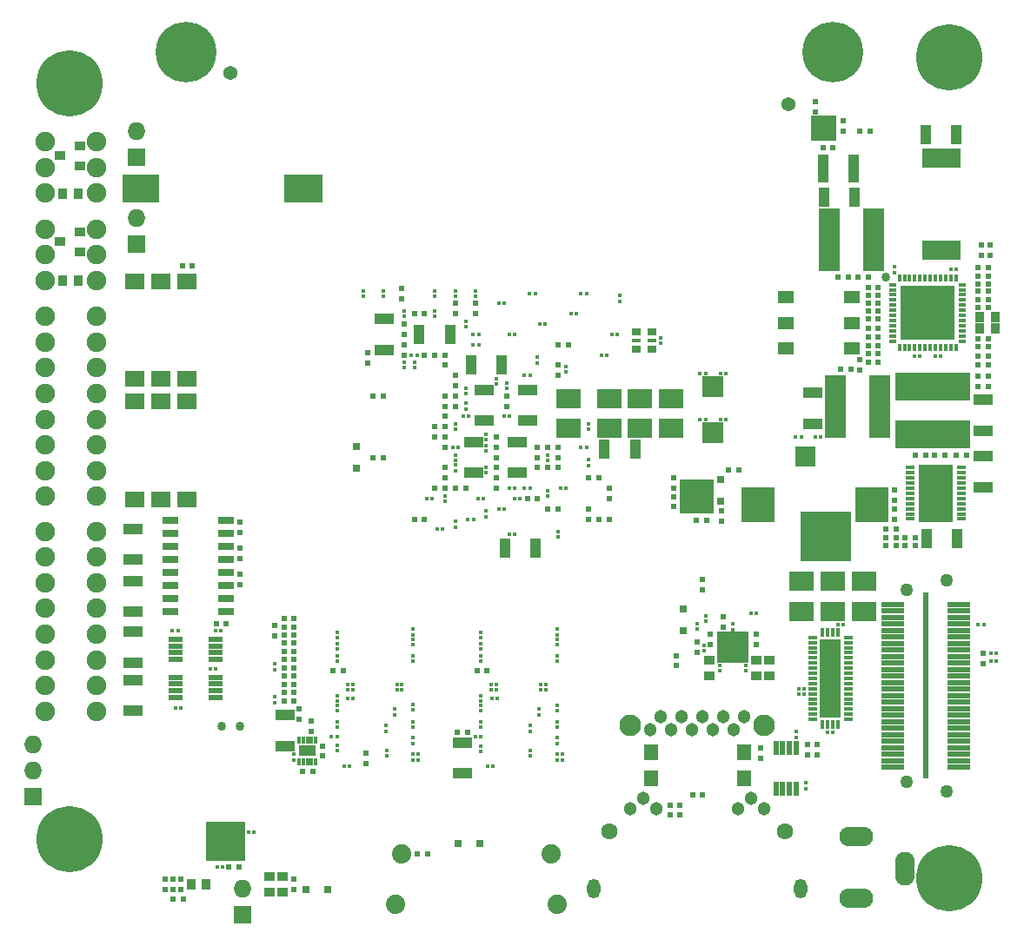
<source format=gbr>
G04 #@! TF.FileFunction,Soldermask,Bot*
%FSLAX46Y46*%
G04 Gerber Fmt 4.6, Leading zero omitted, Abs format (unit mm)*
G04 Created by KiCad (PCBNEW (2016-08-02 BZR 7002)-product) date Tue Oct 11 11:13:20 2016*
%MOMM*%
%LPD*%
G01*
G04 APERTURE LIST*
%ADD10C,0.101600*%
%ADD11R,1.701600X1.701600*%
%ADD12C,1.301600*%
%ADD13C,2.101600*%
%ADD14O,1.301600X1.901600*%
%ADD15C,1.601600*%
%ADD16R,0.401600X0.381600*%
%ADD17R,0.381600X0.401600*%
%ADD18R,1.901600X1.101600*%
%ADD19R,1.101600X1.901600*%
%ADD20R,0.601600X0.601600*%
%ADD21R,2.331600X1.901600*%
%ADD22R,0.901600X1.001600*%
%ADD23R,1.001600X0.901600*%
%ADD24R,0.685800X0.787400*%
%ADD25R,0.787400X0.685800*%
%ADD26C,6.451600*%
%ADD27O,3.301600X1.901600*%
%ADD28O,1.901600X3.301600*%
%ADD29C,1.270000*%
%ADD30R,2.260600X0.508000*%
%ADD31R,0.609600X18.135600*%
%ADD32C,1.879600*%
%ADD33R,1.752600X1.752600*%
%ADD34O,1.752600X1.752600*%
%ADD35R,3.201600X3.401600*%
%ADD36R,2.101600X6.101600*%
%ADD37R,7.401600X2.701600*%
%ADD38R,3.701600X1.901600*%
%ADD39R,1.101600X2.701600*%
%ADD40C,0.863600*%
%ADD41R,0.331600X0.801600*%
%ADD42R,0.851600X1.001600*%
%ADD43R,0.951600X0.381600*%
%ADD44R,1.181600X0.881600*%
%ADD45R,1.401600X1.601600*%
%ADD46R,0.351600X0.801600*%
%ADD47R,0.801600X0.351600*%
%ADD48R,1.389100X1.389100*%
%ADD49R,1.101600X1.351600*%
%ADD50R,0.951600X0.401600*%
%ADD51R,0.401600X0.951600*%
%ADD52R,1.351600X1.351600*%
%ADD53R,1.101600X1.101600*%
%ADD54R,1.601600X0.701600*%
%ADD55R,1.881600X1.621600*%
%ADD56R,1.451600X0.551600*%
%ADD57R,1.101600X0.901600*%
%ADD58R,1.601600X1.601600*%
%ADD59R,0.901600X0.901600*%
%ADD60R,0.551600X1.451600*%
%ADD61R,0.951600X0.751600*%
%ADD62R,0.951600X0.351600*%
%ADD63C,1.371600*%
%ADD64C,5.901600*%
%ADD65C,1.901600*%
%ADD66R,3.761600X2.701600*%
%ADD67R,3.641600X2.701600*%
%ADD68R,1.601600X1.301600*%
G04 APERTURE END LIST*
D10*
D11*
X95400000Y-78700000D03*
X97000000Y-78700000D03*
X95400000Y-77100000D03*
X97000000Y-77100000D03*
D12*
X91661000Y-100596000D03*
X93693000Y-100596000D03*
X95725000Y-100596000D03*
X97757000Y-100596000D03*
X99789000Y-100596000D03*
X92677000Y-99326000D03*
X94709000Y-99326000D03*
X96741000Y-99326000D03*
X98773000Y-99326000D03*
X100805000Y-99326000D03*
D13*
X89733000Y-100206000D03*
X102733000Y-100206000D03*
D12*
X89723000Y-108346000D03*
X90993000Y-107326000D03*
X92263000Y-108346000D03*
X100203000Y-108346000D03*
X101473000Y-107326000D03*
X102743000Y-108346000D03*
D14*
X86148000Y-116156000D03*
X106318000Y-116156000D03*
D15*
X104768000Y-110556000D03*
X87698000Y-110556000D03*
D16*
X62200000Y-96765000D03*
X62200000Y-96235000D03*
X66000000Y-103165000D03*
X66000000Y-102635000D03*
D17*
X61835000Y-104200000D03*
X62365000Y-104200000D03*
D16*
X65900000Y-100765000D03*
X65900000Y-100235000D03*
X61200000Y-102135000D03*
X61200000Y-102665000D03*
X66800000Y-98635000D03*
X66800000Y-99165000D03*
X61200000Y-91135000D03*
X61200000Y-91665000D03*
D17*
X61165000Y-101300000D03*
X60635000Y-101300000D03*
D16*
X68600000Y-91835000D03*
X68600000Y-92365000D03*
X61200000Y-97335000D03*
X61200000Y-97865000D03*
X61200000Y-100365000D03*
X61200000Y-99835000D03*
X68600000Y-93435000D03*
X68600000Y-93965000D03*
D17*
X62235000Y-97600000D03*
X62765000Y-97600000D03*
D16*
X61200000Y-98235000D03*
X61200000Y-98765000D03*
X67500000Y-96235000D03*
X67500000Y-96765000D03*
X68600000Y-90835000D03*
X68600000Y-91365000D03*
X62700000Y-96235000D03*
X62700000Y-96765000D03*
X68600000Y-99835000D03*
X68600000Y-100365000D03*
X67000000Y-96765000D03*
X67000000Y-96235000D03*
X61200000Y-93435000D03*
X61200000Y-93965000D03*
X68600000Y-101965000D03*
X68600000Y-101435000D03*
X69100000Y-103035000D03*
X69100000Y-103565000D03*
X61200000Y-92235000D03*
X61200000Y-92765000D03*
X68600000Y-103565000D03*
X68600000Y-103035000D03*
D18*
X73400000Y-104900000D03*
X73400000Y-101900000D03*
D16*
X76200000Y-96765000D03*
X76200000Y-96235000D03*
X80000000Y-103165000D03*
X80000000Y-102635000D03*
D17*
X75835000Y-104200000D03*
X76365000Y-104200000D03*
D16*
X80000000Y-100765000D03*
X80000000Y-100235000D03*
X75200000Y-102235000D03*
X75200000Y-102765000D03*
X80800000Y-98635000D03*
X80800000Y-99165000D03*
X75200000Y-91135000D03*
X75200000Y-91665000D03*
D17*
X75165000Y-101300000D03*
X74635000Y-101300000D03*
D16*
X82600000Y-91835000D03*
X82600000Y-92365000D03*
X75200000Y-97335000D03*
X75200000Y-97865000D03*
X75200000Y-100365000D03*
X75200000Y-99835000D03*
X82600000Y-93435000D03*
X82600000Y-93965000D03*
D17*
X76235000Y-97600000D03*
X76765000Y-97600000D03*
D16*
X75200000Y-98235000D03*
X75200000Y-98765000D03*
X81500000Y-96235000D03*
X81500000Y-96765000D03*
X82600000Y-90835000D03*
X82600000Y-91365000D03*
X76700000Y-96235000D03*
X76700000Y-96765000D03*
X82600000Y-99835000D03*
X82600000Y-100365000D03*
X81000000Y-96765000D03*
X81000000Y-96235000D03*
X75200000Y-93435000D03*
X75200000Y-93965000D03*
X82600000Y-101965000D03*
X82600000Y-101435000D03*
X83100000Y-103035000D03*
X83100000Y-103565000D03*
X75200000Y-92235000D03*
X75200000Y-92765000D03*
X82600000Y-103565000D03*
X82600000Y-103035000D03*
D18*
X56100000Y-102200000D03*
X56100000Y-99200000D03*
D16*
X55100000Y-94765000D03*
X55100000Y-94235000D03*
X55100000Y-97435000D03*
X55100000Y-97965000D03*
X68600000Y-98665000D03*
X68600000Y-98135000D03*
X82600000Y-98765000D03*
X82600000Y-98235000D03*
D18*
X124100000Y-74000000D03*
X124100000Y-77000000D03*
D19*
X118600000Y-82000000D03*
X121600000Y-82000000D03*
D16*
X57000000Y-103565000D03*
X57000000Y-103035000D03*
D20*
X59800000Y-102200000D03*
X59800000Y-103200000D03*
X115443000Y-77300000D03*
X115443000Y-78300000D03*
X115600000Y-81900000D03*
X114600000Y-81900000D03*
X116500000Y-81900000D03*
X117500000Y-81900000D03*
D21*
X106426000Y-89090000D03*
X106426000Y-86170000D03*
X112522000Y-89090000D03*
X112522000Y-86170000D03*
X109474000Y-89090000D03*
X109474000Y-86170000D03*
D18*
X124100000Y-71500000D03*
X124100000Y-68500000D03*
X107500000Y-70800000D03*
X107500000Y-67800000D03*
D19*
X111600000Y-48700000D03*
X108600000Y-48700000D03*
X118500000Y-42600000D03*
X121500000Y-42600000D03*
D20*
X113900000Y-59100000D03*
X112900000Y-59100000D03*
X124600000Y-62500000D03*
X123600000Y-62500000D03*
X112900000Y-57500000D03*
X113900000Y-57500000D03*
X124579000Y-65100000D03*
X123579000Y-65100000D03*
X112900000Y-59800000D03*
X113900000Y-59800000D03*
X124600000Y-63300000D03*
X123600000Y-63300000D03*
D16*
X115500000Y-56065000D03*
X115500000Y-55535000D03*
D17*
X119965000Y-64200000D03*
X119435000Y-64200000D03*
D20*
X124600000Y-57900000D03*
X123600000Y-57900000D03*
X112900000Y-62400000D03*
X113900000Y-62400000D03*
D22*
X125250000Y-60400000D03*
X123750000Y-60400000D03*
D20*
X124600000Y-55600000D03*
X123600000Y-55600000D03*
X113900000Y-64800000D03*
X112900000Y-64800000D03*
D22*
X125250000Y-61500000D03*
X123750000Y-61500000D03*
D20*
X124600000Y-57200000D03*
X123600000Y-57200000D03*
X113900000Y-63200000D03*
X112900000Y-63200000D03*
D17*
X121465000Y-55800000D03*
X120935000Y-55800000D03*
X117435000Y-64200000D03*
X117965000Y-64200000D03*
X106161000Y-97155000D03*
X106691000Y-97155000D03*
X106161000Y-96647000D03*
X106691000Y-96647000D03*
X110465000Y-90400000D03*
X109935000Y-90400000D03*
X108935000Y-100900000D03*
X109465000Y-100900000D03*
D20*
X51600000Y-114000000D03*
X50600000Y-114000000D03*
X46200000Y-117100000D03*
X45200000Y-117100000D03*
D17*
X108265000Y-72100000D03*
X107735000Y-72100000D03*
X105844757Y-72100000D03*
X106374757Y-72100000D03*
X97065000Y-70400000D03*
X96535000Y-70400000D03*
X98535000Y-70400000D03*
X99065000Y-70400000D03*
X97065000Y-65900000D03*
X96535000Y-65900000D03*
X98535000Y-65900000D03*
X99065000Y-65900000D03*
D20*
X51689000Y-80399000D03*
X51689000Y-81399000D03*
X51689000Y-82939000D03*
X51689000Y-83939000D03*
X51689000Y-85479000D03*
X51689000Y-86479000D03*
X49400000Y-90300000D03*
X50400000Y-90300000D03*
D17*
X48835000Y-94700000D03*
X49365000Y-94700000D03*
X45435000Y-98500000D03*
X45965000Y-98500000D03*
X49865000Y-91000000D03*
X49335000Y-91000000D03*
X45135000Y-91000000D03*
X45665000Y-91000000D03*
D18*
X79700000Y-70500000D03*
X79700000Y-67500000D03*
D21*
X83700000Y-71260000D03*
X83700000Y-68340000D03*
D18*
X75500000Y-70500000D03*
X75500000Y-67500000D03*
D21*
X93700000Y-71260000D03*
X93700000Y-68340000D03*
D18*
X65800000Y-60600000D03*
X65800000Y-63600000D03*
D21*
X87700000Y-71260000D03*
X87700000Y-68340000D03*
X90700000Y-71260000D03*
X90700000Y-68340000D03*
D18*
X78700000Y-72600000D03*
X78700000Y-75600000D03*
X74500000Y-72600000D03*
X74500000Y-75600000D03*
D19*
X74200000Y-65100000D03*
X77200000Y-65100000D03*
X80500000Y-82900000D03*
X77500000Y-82900000D03*
X87200000Y-73300000D03*
X90200000Y-73300000D03*
D17*
X79965000Y-77100000D03*
X79435000Y-77100000D03*
X78435000Y-78100000D03*
X78965000Y-78100000D03*
D19*
X69200000Y-62100000D03*
X72200000Y-62100000D03*
D20*
X96200000Y-80200000D03*
X97200000Y-80200000D03*
X94000000Y-78900000D03*
X94000000Y-77900000D03*
X98600000Y-79300000D03*
X98600000Y-80300000D03*
X94000000Y-76100000D03*
X94000000Y-77100000D03*
D16*
X81700000Y-74365000D03*
X81700000Y-73835000D03*
D23*
X55900000Y-116450000D03*
X55900000Y-114950000D03*
D16*
X97100000Y-89535000D03*
X97100000Y-90065000D03*
X96266000Y-90816000D03*
X96266000Y-90286000D03*
D17*
X101992000Y-89281000D03*
X101462000Y-89281000D03*
D16*
X99700000Y-90335000D03*
X99700000Y-90865000D03*
D20*
X107800000Y-40400000D03*
X107800000Y-39400000D03*
D16*
X98425000Y-94880000D03*
X98425000Y-94350000D03*
X100965000Y-94880000D03*
X100965000Y-94350000D03*
D20*
X110500000Y-41300000D03*
X110500000Y-42300000D03*
D16*
X105900000Y-101365000D03*
X105900000Y-100835000D03*
X106800000Y-106365000D03*
X106800000Y-105835000D03*
X96900000Y-92965000D03*
X96900000Y-92435000D03*
D24*
X75055000Y-111700000D03*
X72945000Y-111700000D03*
D25*
X63100000Y-75155000D03*
X63100000Y-73045000D03*
X98500000Y-78355000D03*
X98500000Y-76245000D03*
D24*
X60255000Y-116200000D03*
X58145000Y-116200000D03*
D25*
X94900000Y-90955000D03*
X94900000Y-88845000D03*
D22*
X46950000Y-115700000D03*
X48450000Y-115700000D03*
X35929000Y-48387000D03*
X34429000Y-48387000D03*
X35929000Y-56896000D03*
X34429000Y-56896000D03*
D23*
X54600000Y-114950000D03*
X54600000Y-116450000D03*
X103300000Y-93850000D03*
X103300000Y-95350000D03*
X101981000Y-93865000D03*
X101981000Y-95365000D03*
X97409000Y-95365000D03*
X97409000Y-93865000D03*
D26*
X35080000Y-37620000D03*
X120810000Y-35080000D03*
X35080000Y-111280000D03*
X120810000Y-115090000D03*
D27*
X111759000Y-117073000D03*
X111759000Y-111073000D03*
D28*
X116459000Y-114173000D03*
D29*
X116615000Y-105690000D03*
X116615000Y-87021000D03*
D30*
X121758500Y-104293000D03*
X121758500Y-103658000D03*
X121758500Y-103023000D03*
X121758500Y-102388000D03*
X121758500Y-101753000D03*
X121758500Y-101118000D03*
X121758500Y-100483000D03*
X121758500Y-99848000D03*
X121758500Y-99213000D03*
X121758500Y-98578000D03*
X121758500Y-97943000D03*
X121758500Y-97308000D03*
X121758500Y-96673000D03*
X121758500Y-96038000D03*
X121758500Y-95403000D03*
X121758500Y-94768000D03*
X121758500Y-94133000D03*
X121758500Y-93498000D03*
X121758500Y-92863000D03*
X121758500Y-92228000D03*
X121758500Y-91593000D03*
X121758500Y-90958000D03*
X121758500Y-90323000D03*
X121758500Y-89688000D03*
X121758500Y-89053000D03*
X121758500Y-88418000D03*
X115281500Y-104293000D03*
X115281500Y-103658000D03*
X115281500Y-103023000D03*
X115281500Y-102388000D03*
X115281500Y-101753000D03*
X115281500Y-101118000D03*
X115281500Y-100483000D03*
X115281500Y-99848000D03*
X115281500Y-99213000D03*
X115281500Y-98578000D03*
X115281500Y-97943000D03*
X115281500Y-97308000D03*
X115281500Y-96673000D03*
X115281500Y-96038000D03*
X115281500Y-95403000D03*
X115281500Y-94768000D03*
X115281500Y-94133000D03*
X115281500Y-93498000D03*
X115281500Y-92863000D03*
X115281500Y-92228000D03*
X115281500Y-91593000D03*
X115281500Y-90958000D03*
X115281500Y-90323000D03*
X115281500Y-89688000D03*
X115281500Y-89053000D03*
X115281500Y-88418000D03*
D31*
X118520000Y-96355500D03*
D29*
X120552000Y-106642500D03*
X120552000Y-86068500D03*
D32*
X67500000Y-112700000D03*
X82000000Y-112700000D03*
X82600000Y-117650000D03*
X66900000Y-117650000D03*
D33*
X31600000Y-107140000D03*
D34*
X31600000Y-104600000D03*
X31600000Y-102060000D03*
D33*
X52000000Y-118640000D03*
D34*
X52000000Y-116100000D03*
D33*
X41656000Y-44831000D03*
D34*
X41656000Y-42291000D03*
D33*
X41656000Y-53340000D03*
D34*
X41656000Y-50800000D03*
D35*
X113246000Y-78740000D03*
X102146000Y-78740000D03*
D36*
X113450000Y-52900000D03*
X109150000Y-52900000D03*
D37*
X119200000Y-67150000D03*
X119200000Y-71850000D03*
D38*
X120015000Y-53903000D03*
X120015000Y-44903000D03*
D36*
X114050000Y-69100000D03*
X109750000Y-69100000D03*
D20*
X72700000Y-77100000D03*
X73700000Y-77100000D03*
X70700000Y-77100000D03*
X71700000Y-77100000D03*
X56000000Y-91400000D03*
X57000000Y-91400000D03*
X56000000Y-94600000D03*
X57000000Y-94600000D03*
X56000000Y-93000000D03*
X57000000Y-93000000D03*
X56000000Y-90600000D03*
X57000000Y-90600000D03*
X56000000Y-92200000D03*
X57000000Y-92200000D03*
X56000000Y-96200000D03*
X57000000Y-96200000D03*
X56000000Y-89800000D03*
X57000000Y-89800000D03*
X56000000Y-93800000D03*
X57000000Y-93800000D03*
X56000000Y-97000000D03*
X57000000Y-97000000D03*
X56000000Y-97800000D03*
X57000000Y-97800000D03*
X56000000Y-95400000D03*
X57000000Y-95400000D03*
X57500000Y-98600000D03*
X57500000Y-99600000D03*
X75800000Y-94900000D03*
X74800000Y-94900000D03*
X61800000Y-94900000D03*
X60800000Y-94900000D03*
X58800000Y-104700000D03*
X57800000Y-104700000D03*
X122500000Y-73900000D03*
X121500000Y-73900000D03*
X119400000Y-73900000D03*
X120400000Y-73900000D03*
X118483000Y-73914000D03*
X117483000Y-73914000D03*
X115443000Y-80100000D03*
X115443000Y-79100000D03*
X114600000Y-81100000D03*
X115600000Y-81100000D03*
X102400000Y-102400000D03*
X102400000Y-103400000D03*
X115600000Y-82700000D03*
X114600000Y-82700000D03*
X117500000Y-82700000D03*
X116500000Y-82700000D03*
X95800000Y-107000000D03*
X96800000Y-107000000D03*
X112900000Y-58293000D03*
X113900000Y-58293000D03*
X124600000Y-64200000D03*
X123600000Y-64200000D03*
X110000000Y-56500000D03*
X111000000Y-56500000D03*
X111900000Y-56500000D03*
X112900000Y-56500000D03*
X123600000Y-67200000D03*
X123600000Y-66200000D03*
X124600000Y-66200000D03*
X124600000Y-67200000D03*
X124600000Y-56400000D03*
X123600000Y-56400000D03*
X112900000Y-64000000D03*
X113900000Y-64000000D03*
X123600000Y-58700000D03*
X124600000Y-58700000D03*
X113900000Y-60600000D03*
X112900000Y-60600000D03*
X112900000Y-61500000D03*
X113900000Y-61500000D03*
X123900000Y-53400000D03*
X123900000Y-54400000D03*
X124800000Y-54400000D03*
X124800000Y-53400000D03*
X110200000Y-65500000D03*
X111200000Y-65500000D03*
X112100000Y-64600000D03*
X112100000Y-65600000D03*
X124079000Y-93200000D03*
X124079000Y-94200000D03*
X70000000Y-112700000D03*
X69000000Y-112700000D03*
X65700000Y-74100000D03*
X64700000Y-74100000D03*
X71700000Y-65100000D03*
X71700000Y-64100000D03*
X45200000Y-115200000D03*
X45200000Y-116200000D03*
X46000000Y-116200000D03*
X46000000Y-115200000D03*
D18*
X41275000Y-84050000D03*
X41275000Y-81050000D03*
X41275000Y-89130000D03*
X41275000Y-86130000D03*
X41275000Y-94083000D03*
X41275000Y-91083000D03*
X41275000Y-98782000D03*
X41275000Y-95782000D03*
D20*
X67700000Y-63100000D03*
X67700000Y-64100000D03*
X47100000Y-55400000D03*
X46100000Y-55400000D03*
X96800000Y-86000000D03*
X96800000Y-87000000D03*
X87700000Y-78100000D03*
X87700000Y-77100000D03*
X100300000Y-75300000D03*
X99300000Y-75300000D03*
X82700000Y-73100000D03*
X82700000Y-74100000D03*
X81700000Y-75100000D03*
X82700000Y-75100000D03*
X96266000Y-92083000D03*
X96266000Y-93083000D03*
X107900000Y-103100000D03*
X107900000Y-102100000D03*
X107000000Y-103100000D03*
X107000000Y-102100000D03*
X112100000Y-42300000D03*
X113100000Y-42300000D03*
X94600000Y-108900000D03*
X93600000Y-108900000D03*
X94600000Y-108000000D03*
X93600000Y-108000000D03*
X82700000Y-66100000D03*
X82700000Y-65100000D03*
X83700000Y-63100000D03*
X82700000Y-63100000D03*
D39*
X111500000Y-45900000D03*
X108500000Y-45900000D03*
D40*
X51700000Y-100300000D03*
X114600000Y-56500000D03*
X49900000Y-100300000D03*
D41*
X57500000Y-103750000D03*
X57900000Y-103750000D03*
X58300000Y-103750000D03*
X58700000Y-103750000D03*
X59100000Y-103750000D03*
X57500000Y-101650000D03*
X57900000Y-101650000D03*
X58300000Y-101650000D03*
X58700000Y-101650000D03*
X59100000Y-101650000D03*
D42*
X57925000Y-102700000D03*
X58675000Y-102700000D03*
D43*
X121975000Y-77597000D03*
X121975000Y-78097000D03*
X121975000Y-78597000D03*
X121975000Y-79097000D03*
X121975000Y-79597000D03*
X121975000Y-80097000D03*
X121975000Y-77097000D03*
X121975000Y-76597000D03*
X121975000Y-76097000D03*
X121975000Y-75597000D03*
X121975000Y-75097000D03*
X117025000Y-80097000D03*
X117025000Y-79597000D03*
X117025000Y-79097000D03*
X117025000Y-78597000D03*
X117025000Y-78097000D03*
X117025000Y-77597000D03*
X117025000Y-77097000D03*
X117025000Y-76597000D03*
X117025000Y-76097000D03*
X117025000Y-75597000D03*
X117025000Y-75097000D03*
D44*
X120580000Y-79937000D03*
X119500000Y-79937000D03*
X118420000Y-79937000D03*
X120580000Y-79157000D03*
X120580000Y-78377000D03*
X120580000Y-77597000D03*
X120580000Y-76817000D03*
X120580000Y-76037000D03*
X120580000Y-75257000D03*
X119500000Y-75257000D03*
X119500000Y-76037000D03*
X119500000Y-76817000D03*
X119500000Y-77597000D03*
X119500000Y-78377000D03*
X119500000Y-79157000D03*
X118420000Y-79157000D03*
X118420000Y-78377000D03*
X118420000Y-77597000D03*
X118420000Y-76817000D03*
X118420000Y-76037000D03*
X118420000Y-75257000D03*
D45*
X91800000Y-102830000D03*
X91800000Y-105370000D03*
X100800000Y-102830000D03*
X100800000Y-105370000D03*
D46*
X115950000Y-56600000D03*
X116450000Y-56600000D03*
X116950000Y-56600000D03*
X117450000Y-56600000D03*
X117950000Y-56600000D03*
X118450000Y-56600000D03*
X118950000Y-56600000D03*
X119450000Y-56600000D03*
X119950000Y-56600000D03*
X120450000Y-56600000D03*
X120950000Y-56600000D03*
X121450000Y-56600000D03*
D47*
X122100000Y-57250000D03*
X122100000Y-57750000D03*
X122100000Y-58250000D03*
X122100000Y-58750000D03*
X122100000Y-59250000D03*
X122100000Y-59750000D03*
X122100000Y-60250000D03*
X122100000Y-60750000D03*
X122100000Y-61250000D03*
X122100000Y-61750000D03*
X122100000Y-62250000D03*
X122100000Y-62750000D03*
D46*
X121450000Y-63400000D03*
X120950000Y-63400000D03*
X120450000Y-63400000D03*
X119950000Y-63400000D03*
X119450000Y-63400000D03*
X118950000Y-63400000D03*
X118450000Y-63400000D03*
X117950000Y-63400000D03*
X117450000Y-63400000D03*
X116950000Y-63400000D03*
X116450000Y-63400000D03*
X115950000Y-63400000D03*
D47*
X115300000Y-62750000D03*
X115300000Y-62250000D03*
X115300000Y-61750000D03*
X115300000Y-61250000D03*
X115300000Y-60750000D03*
X115300000Y-60250000D03*
X115300000Y-59750000D03*
X115300000Y-59250000D03*
X115300000Y-58750000D03*
X115300000Y-58250000D03*
X115300000Y-57750000D03*
X115300000Y-57250000D03*
D48*
X120631250Y-61931250D03*
X119343750Y-61931250D03*
X118056250Y-61931250D03*
X116768750Y-61931250D03*
X120631250Y-60643750D03*
X119343750Y-60643750D03*
X118056250Y-60643750D03*
X116768750Y-60643750D03*
X120631250Y-59356250D03*
X119343750Y-59356250D03*
X118056250Y-59356250D03*
X116768750Y-59356250D03*
X120631250Y-58068750D03*
X119343750Y-58068750D03*
X118056250Y-58068750D03*
X116768750Y-58068750D03*
D49*
X109720000Y-97506000D03*
D50*
X110945000Y-95631000D03*
X110945000Y-96131000D03*
X110945000Y-96631000D03*
X110945000Y-97131000D03*
X110945000Y-97631000D03*
X110945000Y-98131000D03*
X110945000Y-98631000D03*
X110945000Y-99131000D03*
X110945000Y-99631000D03*
X110945000Y-95131000D03*
X110945000Y-94631000D03*
X110945000Y-94131000D03*
X110945000Y-93631000D03*
X110945000Y-93131000D03*
X110945000Y-92631000D03*
X110945000Y-92131000D03*
X110945000Y-91631000D03*
X107495000Y-95631000D03*
X107495000Y-95131000D03*
X107495000Y-94631000D03*
X107495000Y-94131000D03*
X107495000Y-93631000D03*
X107495000Y-93131000D03*
X107495000Y-92631000D03*
X107495000Y-92131000D03*
X107495000Y-91631000D03*
X107495000Y-96131000D03*
X107495000Y-96631000D03*
X107495000Y-97131000D03*
X107495000Y-97631000D03*
X107495000Y-98131000D03*
X107495000Y-98631000D03*
X107495000Y-99131000D03*
X107495000Y-99631000D03*
D51*
X109970000Y-100106000D03*
X109470000Y-100106000D03*
X108970000Y-100106000D03*
X108470000Y-100106000D03*
X109970000Y-91156000D03*
X109470000Y-91156000D03*
X108970000Y-91156000D03*
X108470000Y-91156000D03*
D49*
X109720000Y-96256000D03*
X109720000Y-98756000D03*
X108720000Y-98756000D03*
X108720000Y-97506000D03*
X108720000Y-96256000D03*
X108720000Y-95006000D03*
X108720000Y-93756000D03*
X108720000Y-92506000D03*
X109720000Y-92506000D03*
X109720000Y-93756000D03*
X109720000Y-95006000D03*
D52*
X49050000Y-110250000D03*
X49050000Y-112750000D03*
X51550000Y-110250000D03*
X50300000Y-112750000D03*
X49050000Y-111500000D03*
X50300000Y-111500000D03*
X51550000Y-111500000D03*
X50300000Y-110250000D03*
X51550000Y-112750000D03*
D53*
X98300000Y-66700000D03*
X98300000Y-67700000D03*
X97300000Y-67700000D03*
X97300000Y-66700000D03*
X98300000Y-71200000D03*
X98300000Y-72200000D03*
X97300000Y-72200000D03*
X97300000Y-71200000D03*
X106300000Y-73500000D03*
X107300000Y-73500000D03*
X107300000Y-74500000D03*
X106300000Y-74500000D03*
D54*
X44925000Y-89154000D03*
X44925000Y-87884000D03*
X44925000Y-86614000D03*
X44925000Y-85344000D03*
X44925000Y-84074000D03*
X44925000Y-82804000D03*
X44925000Y-81534000D03*
X44925000Y-80264000D03*
X50325000Y-80264000D03*
X50325000Y-81534000D03*
X50325000Y-82804000D03*
X50325000Y-84074000D03*
X50325000Y-85344000D03*
X50325000Y-86614000D03*
X50325000Y-87884000D03*
X50325000Y-89154000D03*
D55*
X41460000Y-56938000D03*
X41460000Y-66462000D03*
X44000000Y-66462000D03*
X46540000Y-66462000D03*
X46540000Y-56938000D03*
X44000000Y-56938000D03*
X41460000Y-68638000D03*
X41460000Y-78162000D03*
X44000000Y-78162000D03*
X46540000Y-78162000D03*
X46540000Y-68638000D03*
X44000000Y-68638000D03*
D56*
X49375000Y-97475000D03*
X49375000Y-96825000D03*
X49375000Y-96175000D03*
X49375000Y-95525000D03*
X45425000Y-97475000D03*
X45425000Y-96825000D03*
X45425000Y-96175000D03*
X45425000Y-95525000D03*
X45425000Y-91825000D03*
X45425000Y-92475000D03*
X45425000Y-93125000D03*
X45425000Y-93775000D03*
X49375000Y-91825000D03*
X49375000Y-92475000D03*
X49375000Y-93125000D03*
X49375000Y-93775000D03*
D11*
X108800000Y-81800000D03*
X110400000Y-81800000D03*
X110400000Y-83400000D03*
X108800000Y-83400000D03*
X107200000Y-83400000D03*
X107200000Y-81800000D03*
X107200000Y-80200000D03*
X108800000Y-80200000D03*
X110400000Y-80200000D03*
D57*
X36179000Y-43754000D03*
X34179000Y-44704000D03*
X36179000Y-45654000D03*
X36179000Y-52136000D03*
X34179000Y-53086000D03*
X36179000Y-54036000D03*
D58*
X98945000Y-93333000D03*
X98945000Y-91833000D03*
X100445000Y-91833000D03*
X100445000Y-93333000D03*
D59*
X109385000Y-42837000D03*
X108585000Y-42837000D03*
X107785000Y-42837000D03*
X107785000Y-42037000D03*
X108585000Y-42037000D03*
X109385000Y-42037000D03*
X109385000Y-41237000D03*
X108585000Y-41237000D03*
X107785000Y-41237000D03*
D60*
X105875000Y-102425000D03*
X105225000Y-102425000D03*
X104575000Y-102425000D03*
X103925000Y-102425000D03*
X105875000Y-106375000D03*
X105225000Y-106375000D03*
X104575000Y-106375000D03*
X103925000Y-106375000D03*
D61*
X90325000Y-61875000D03*
X90325000Y-63525000D03*
X91875000Y-61875000D03*
X91875000Y-63525000D03*
D62*
X90325000Y-62700000D03*
X91875000Y-62700000D03*
D63*
X105135700Y-39664700D03*
X50754300Y-36616700D03*
D64*
X46454300Y-34616700D03*
X109455700Y-34616700D03*
D65*
X32719000Y-67865000D03*
X32719000Y-65365000D03*
X32719000Y-62865000D03*
X32719000Y-60365000D03*
X32719000Y-70365000D03*
X32719000Y-72865000D03*
X32719000Y-75365000D03*
X32719000Y-77865000D03*
X37719000Y-60365000D03*
X37719000Y-62865000D03*
X37719000Y-65365000D03*
X37719000Y-67865000D03*
X37719000Y-70365000D03*
X37719000Y-72865000D03*
X37719000Y-75365000D03*
X37719000Y-77865000D03*
X32719000Y-88820000D03*
X32719000Y-86320000D03*
X32719000Y-83820000D03*
X32719000Y-81320000D03*
X32719000Y-91320000D03*
X32719000Y-93820000D03*
X32719000Y-96320000D03*
X32719000Y-98820000D03*
X37719000Y-81320000D03*
X37719000Y-83820000D03*
X37719000Y-86320000D03*
X37719000Y-88820000D03*
X37719000Y-91320000D03*
X37719000Y-93820000D03*
X37719000Y-96320000D03*
X37719000Y-98820000D03*
X32719000Y-56856000D03*
X32719000Y-54356000D03*
X32719000Y-51856000D03*
X37719000Y-51856000D03*
X37719000Y-54356000D03*
X37719000Y-56856000D03*
X32719000Y-48347000D03*
X32719000Y-45847000D03*
X32719000Y-43347000D03*
X37719000Y-43347000D03*
X37719000Y-45847000D03*
X37719000Y-48347000D03*
D17*
X124830000Y-93980000D03*
X125360000Y-93980000D03*
X124830000Y-93218000D03*
X125360000Y-93218000D03*
X123635000Y-90400000D03*
X124165000Y-90400000D03*
D16*
X71700000Y-77835000D03*
X71700000Y-78365000D03*
D17*
X75465000Y-78100000D03*
X74935000Y-78100000D03*
X70935000Y-81100000D03*
X71465000Y-81100000D03*
D16*
X72700000Y-80335000D03*
X72700000Y-80865000D03*
X75700000Y-79335000D03*
X75700000Y-79865000D03*
X81700000Y-77335000D03*
X81700000Y-77865000D03*
D17*
X73935000Y-80100000D03*
X74465000Y-80100000D03*
X69935000Y-78100000D03*
X70465000Y-78100000D03*
D16*
X73700000Y-61365000D03*
X73700000Y-60835000D03*
X72700000Y-70835000D03*
X72700000Y-71365000D03*
X73700000Y-67335000D03*
X73700000Y-67865000D03*
X77700000Y-66835000D03*
X77700000Y-67365000D03*
X72700000Y-74365000D03*
X72700000Y-73835000D03*
X73700000Y-69365000D03*
X73700000Y-68835000D03*
D17*
X79435000Y-66100000D03*
X79965000Y-66100000D03*
D16*
X68700000Y-65365000D03*
X68700000Y-64835000D03*
X76700000Y-66435000D03*
X76700000Y-66965000D03*
X75700000Y-75565000D03*
X75700000Y-75035000D03*
X75700000Y-72935000D03*
X75700000Y-73465000D03*
D17*
X74965000Y-62100000D03*
X74435000Y-62100000D03*
D16*
X72700000Y-74835000D03*
X72700000Y-75365000D03*
D17*
X72435000Y-73100000D03*
X72965000Y-73100000D03*
X73435000Y-70100000D03*
X73965000Y-70100000D03*
X77435000Y-70100000D03*
X77965000Y-70100000D03*
D16*
X67700000Y-65365000D03*
X67700000Y-64835000D03*
D17*
X84935000Y-73100000D03*
X85465000Y-73100000D03*
D16*
X75700000Y-71835000D03*
X75700000Y-72365000D03*
D17*
X74965000Y-63100000D03*
X74435000Y-63100000D03*
X77935000Y-81600000D03*
X78465000Y-81600000D03*
D16*
X82700000Y-81865000D03*
X82700000Y-81335000D03*
D17*
X78465000Y-77100000D03*
X77935000Y-77100000D03*
X76935000Y-79100000D03*
X77465000Y-79100000D03*
X82935000Y-77100000D03*
X83465000Y-77100000D03*
D16*
X85700000Y-74865000D03*
X85700000Y-74335000D03*
X92700000Y-62965000D03*
X92700000Y-62435000D03*
D20*
X64000000Y-103900000D03*
X64000000Y-102900000D03*
X72900000Y-100900000D03*
X73900000Y-100900000D03*
X55100000Y-90500000D03*
X55100000Y-91500000D03*
X58700000Y-99800000D03*
X58700000Y-100800000D03*
X124600000Y-59500000D03*
X123600000Y-59500000D03*
X80700000Y-75100000D03*
X80700000Y-74100000D03*
X77700000Y-69100000D03*
X77700000Y-68100000D03*
X67700000Y-61100000D03*
X67700000Y-62100000D03*
X70700000Y-71100000D03*
X70700000Y-72100000D03*
X81700000Y-73100000D03*
X80700000Y-73100000D03*
X71700000Y-73100000D03*
X71700000Y-72100000D03*
X72700000Y-66100000D03*
X72700000Y-67100000D03*
X76700000Y-77100000D03*
X76700000Y-76100000D03*
X72700000Y-68100000D03*
X72700000Y-69100000D03*
X76700000Y-73100000D03*
X76700000Y-72100000D03*
X71700000Y-76100000D03*
X71700000Y-75100000D03*
X72700000Y-59100000D03*
X72700000Y-60100000D03*
X64200000Y-64900000D03*
X64200000Y-63900000D03*
X74700000Y-59100000D03*
X74700000Y-60100000D03*
X67500000Y-57600000D03*
X67500000Y-58600000D03*
X68700000Y-60100000D03*
X69700000Y-60100000D03*
X69700000Y-64100000D03*
X70700000Y-64100000D03*
X71700000Y-69100000D03*
X71700000Y-68100000D03*
X71700000Y-71100000D03*
X71700000Y-70100000D03*
X79700000Y-78100000D03*
X80700000Y-78100000D03*
X82700000Y-79100000D03*
X81700000Y-79100000D03*
X65700000Y-68100000D03*
X64700000Y-68100000D03*
X69700000Y-80100000D03*
X68700000Y-80100000D03*
X86700000Y-80100000D03*
X87700000Y-80100000D03*
X85700000Y-79100000D03*
X85700000Y-80100000D03*
X85700000Y-76100000D03*
X86700000Y-76100000D03*
X94200000Y-93400000D03*
X94200000Y-94400000D03*
X98800000Y-89600000D03*
X98800000Y-90600000D03*
X102000000Y-92300000D03*
X102000000Y-91300000D03*
X108500000Y-43900000D03*
X109500000Y-43900000D03*
X97500000Y-92300000D03*
X97500000Y-91300000D03*
X44400000Y-115200000D03*
X44400000Y-116200000D03*
X76700000Y-74100000D03*
X76700000Y-75100000D03*
X57000000Y-115200000D03*
X57000000Y-116200000D03*
D16*
X70700000Y-59835000D03*
X70700000Y-60365000D03*
D17*
X68965000Y-64100000D03*
X68435000Y-64100000D03*
D16*
X70700000Y-57835000D03*
X70700000Y-58365000D03*
X67700000Y-59835000D03*
X67700000Y-60365000D03*
X72700000Y-57835000D03*
X72700000Y-58365000D03*
X65700000Y-57835000D03*
X65700000Y-58365000D03*
X74700000Y-57835000D03*
X74700000Y-58365000D03*
X63700000Y-57835000D03*
X63700000Y-58365000D03*
D17*
X85465000Y-58100000D03*
X84935000Y-58100000D03*
X79935000Y-58100000D03*
X80465000Y-58100000D03*
X83935000Y-60100000D03*
X84465000Y-60100000D03*
X76935000Y-59100000D03*
X77465000Y-59100000D03*
D16*
X88700000Y-58335000D03*
X88700000Y-58865000D03*
D17*
X80935000Y-61100000D03*
X81465000Y-61100000D03*
X87935000Y-62100000D03*
X88465000Y-62100000D03*
X77935000Y-62100000D03*
X78465000Y-62100000D03*
D16*
X85700000Y-71365000D03*
X85700000Y-70835000D03*
D17*
X87465000Y-64100000D03*
X86935000Y-64100000D03*
D16*
X83500000Y-65765000D03*
X83500000Y-65235000D03*
X80700000Y-64335000D03*
X80700000Y-64865000D03*
D66*
X57870000Y-47900000D03*
D67*
X42070000Y-47900000D03*
D68*
X104850000Y-58500000D03*
X104850000Y-61000000D03*
X104850000Y-63500000D03*
X111350000Y-58500000D03*
X111350000Y-61000000D03*
X111350000Y-63500000D03*
D17*
X52535000Y-110600000D03*
X53065000Y-110600000D03*
X49535000Y-114000000D03*
X50065000Y-114000000D03*
M02*

</source>
